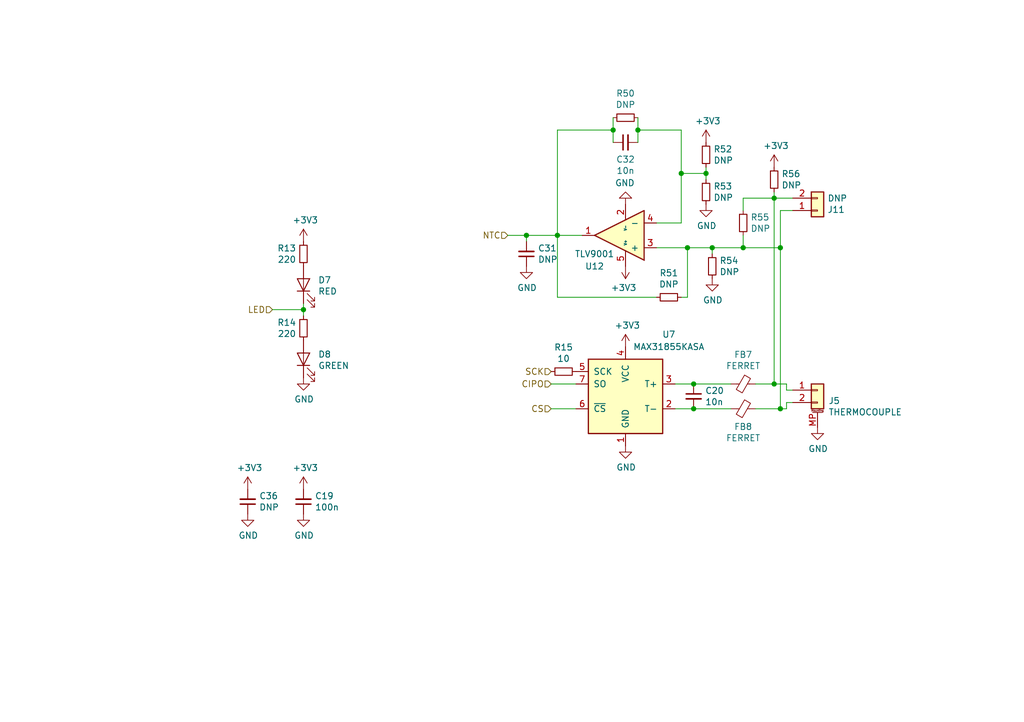
<source format=kicad_sch>
(kicad_sch (version 20211123) (generator eeschema)
  (paper "User" 210.007 148.006)
  (title_block (title "temperature-logger") (date "2022-01-19") (rev "v1.0") (company "Jana Marie Hemsing"))
  (lib_symbols
    (symbol "Connector_Generic:Conn_01x02" (pin_names (offset 1.016) hide)
      (property "Reference" "J" (at 0 2.54 0))
      (property "Value" "Conn_01x02" (at 0 -5.08 0))
      (symbol "Conn_01x02_1_1"
        (rectangle (start -1.27 -2.413) (end 0 -2.667) (stroke (width 0.1524)))
        (rectangle (start -1.27 0.127) (end 0 -0.127) (stroke (width 0.1524)))
        (rectangle (start -1.27 1.27) (end 1.27 -3.81) (stroke (width 0.254)) (fill (type background)))
        (pin passive line (at -5.08 0 0) (length 3.81) (name "Pin_1") (number "1"))
        (pin passive line (at -5.08 -2.54 0) (length 3.81) (name "Pin_2") (number "2"))
      )
    )
    (symbol "Connector_Generic_MountingPin:Conn_01x02_MountingPin" (pin_names (offset 1.016) hide)
      (property "Reference" "J" (at 0 2.54 0))
      (property "Value" "Conn_01x02_MountingPin" (at 1.27 -5.08 0))
      (symbol "Conn_01x02_MountingPin_1_1"
        (rectangle (start -1.27 -2.413) (end 0 -2.667) (stroke (width 0.1524)))
        (rectangle (start -1.27 0.127) (end 0 -0.127) (stroke (width 0.1524)))
        (rectangle (start -1.27 1.27) (end 1.27 -3.81) (stroke (width 0.254)) (fill (type background)))
        (polyline (pts (xy -1.016 -4.572) (xy 1.016 -4.572)) (stroke (width 0.1524)))
        (text "Mounting" (at 0 -4.191 0) (effects (font (size 0.381 0.381))))
        (pin passive line (at -5.08 0 0) (length 3.81) (name "Pin_1") (number "1"))
        (pin passive line (at -5.08 -2.54 0) (length 3.81) (name "Pin_2") (number "2"))
        (pin passive line (at 0 -7.62 90) (length 3.048) (name "MountPin") (number "MP"))
      )
    )
    (symbol "Device:C_Small" (pin_numbers hide) (pin_names (offset 0.254) hide)
      (property "Reference" "C" (at 0.254 1.778 0))
      (property "Value" "C_Small" (at 0.254 -2.032 0))
      (symbol "C_Small_0_1"
        (polyline (pts (xy -1.524 -0.508) (xy 1.524 -0.508)) (stroke (width 0.3302)))
        (polyline (pts (xy -1.524 0.508) (xy 1.524 0.508)) (stroke (width 0.3048)))
      )
      (symbol "C_Small_1_1"
        (pin passive line (at 0 2.54 270) (length 2.032) (name "~") (number "1"))
        (pin passive line (at 0 -2.54 90) (length 2.032) (name "~") (number "2"))
      )
    )
    (symbol "Device:Ferrite_Bead_Small" (pin_numbers hide) (pin_names (offset 0))
      (property "Reference" "FB" (at 1.905 1.27 0))
      (property "Value" "Ferrite_Bead_Small" (at 1.905 -1.27 0))
      (symbol "Ferrite_Bead_Small_0_1"
        (polyline (pts (xy 0 -1.27) (xy 0 -0.7874)))
        (polyline (pts (xy 0 0.889) (xy 0 1.2954)))
        (polyline (pts (xy -1.8288 0.2794) (xy -1.1176 1.4986) (xy 1.8288 -0.2032) (xy 1.1176 -1.4224) (xy -1.8288 0.2794)))
      )
      (symbol "Ferrite_Bead_Small_1_1"
        (pin passive line (at 0 2.54 270) (length 1.27) (name "~") (number "1"))
        (pin passive line (at 0 -2.54 90) (length 1.27) (name "~") (number "2"))
      )
    )
    (symbol "Device:LED" (pin_numbers hide) (pin_names (offset 1.016) hide)
      (property "Reference" "D" (at 0 2.54 0))
      (property "Value" "LED" (at 0 -2.54 0))
      (symbol "LED_0_1"
        (polyline (pts (xy -1.27 -1.27) (xy -1.27 1.27)) (stroke (width 0.2032)))
        (polyline (pts (xy -1.27 0) (xy 1.27 0)))
        (polyline (pts (xy 1.27 -1.27) (xy 1.27 1.27) (xy -1.27 0) (xy 1.27 -1.27)) (stroke (width 0.2032)))
        (polyline (pts (xy -3.048 -0.762) (xy -4.572 -2.286) (xy -3.81 -2.286) (xy -4.572 -2.286) (xy -4.572 -1.524)))
        (polyline (pts (xy -1.778 -0.762) (xy -3.302 -2.286) (xy -2.54 -2.286) (xy -3.302 -2.286) (xy -3.302 -1.524)))
      )
      (symbol "LED_1_1"
        (pin passive line (at -3.81 0 0) (length 2.54) (name "K") (number "1"))
        (pin passive line (at 3.81 0 180) (length 2.54) (name "A") (number "2"))
      )
    )
    (symbol "Device:R_Small" (pin_numbers hide) (pin_names (offset 0.254) hide)
      (property "Reference" "R" (at 0.762 0.508 0))
      (property "Value" "R_Small" (at 0.762 -1.016 0))
      (symbol "R_Small_0_1"
        (rectangle (start -0.762 1.778) (end 0.762 -1.778) (stroke (width 0.2032)))
      )
      (symbol "R_Small_1_1"
        (pin passive line (at 0 2.54 270) (length 0.762) (name "~") (number "1"))
        (pin passive line (at 0 -2.54 90) (length 0.762) (name "~") (number "2"))
      )
    )
    (symbol "Sensor_Temperature:MAX31855KASA" (pin_names (offset 1.016))
      (property "Reference" "U" (at -7.62 8.89 0))
      (property "Value" "MAX31855KASA" (at 1.27 8.89 0))
      (symbol "MAX31855KASA_0_1"
        (rectangle (start -7.62 7.62) (end 7.62 -7.62) (stroke (width 0.254)) (fill (type background)))
      )
      (symbol "MAX31855KASA_1_1"
        (pin power_in line (at 0 -10.16 90) (length 2.54) (name "GND") (number "1"))
        (pin passive line (at -10.16 -2.54 0) (length 2.54) (name "T-") (number "2"))
        (pin passive line (at -10.16 2.54 0) (length 2.54) (name "T+") (number "3"))
        (pin power_in line (at 0 10.16 270) (length 2.54) (name "VCC") (number "4"))
        (pin input line (at 10.16 5.08 180) (length 2.54) (name "SCK") (number "5"))
        (pin input line (at 10.16 -2.54 180) (length 2.54) (name "~{CS}") (number "6"))
        (pin tri_state line (at 10.16 2.54 180) (length 2.54) (name "SO") (number "7"))
      )
    )
    (symbol "otter:GND" (power) (pin_names (offset 0))
      (property "Value" "GND" (at 0 -3.81 0))
      (symbol "GND_0_1"
        (polyline (pts (xy 0 0) (xy 0 -1.27) (xy 1.27 -1.27) (xy 0 -2.54) (xy -1.27 -1.27) (xy 0 -1.27)))
      )
      (symbol "GND_1_1"
        (pin power_in line (at 0 0 270) (length 0) hide (name "GND") (number "1"))
      )
    )
    (symbol "otter:TLV9001" (pin_names (offset 1.016))
      (property "Reference" "U" (at 7.62 -5.08 0))
      (property "Value" "TLV9001" (at 7.62 -2.54 0))
      (symbol "TLV9001_1_1"
        (polyline (pts (xy -3.81 5.08) (xy 6.35 0) (xy -3.81 -5.08) (xy -3.81 5.08)) (stroke (width 0.254)) (fill (type background)))
        (pin output line (at 8.89 0 180) (length 2.54) (name "~") (number "1"))
        (pin input line (at 0 -6.35 90) (length 3.2004) (name "V-") (number "2"))
        (pin input line (at -6.35 2.54 0) (length 2.54) (name "+") (number "3"))
        (pin input line (at -6.35 -2.54 0) (length 2.54) (name "-") (number "4"))
        (pin input line (at 0 6.35 270) (length 3.2004) (name "V+") (number "5"))
      )
    )
    (symbol "power:+3V3" (power) (pin_names (offset 0))
      (property "Value" "+3V3" (at 0 3.556 0))
      (symbol "+3V3_0_1"
        (polyline (pts (xy -0.762 1.27) (xy 0 2.54)))
        (polyline (pts (xy 0 0) (xy 0 2.54)))
        (polyline (pts (xy 0 2.54) (xy 0.762 1.27)))
      )
      (symbol "+3V3_1_1"
        (pin power_in line (at 0 0 90) (length 0) hide (name "+3V3") (number "1"))
      )
    )
  )
  (junction (at 107.95 48.26))
  (junction (at 144.78 35.56))
  (junction (at 142.24 78.74))
  (junction (at 152.4 50.8))
  (junction (at 114.3 48.26))
  (junction (at 146.05 50.8))
  (junction (at 158.75 40.64))
  (junction (at 160.02 83.82))
  (junction (at 139.7 35.56))
  (junction (at 142.24 83.82))
  (junction (at 130.81 26.67))
  (junction (at 160.02 50.8))
  (junction (at 62.23 63.5))
  (junction (at 125.73 26.67))
  (junction (at 140.97 50.8))
  (junction (at 158.75 78.74))
  (wire (pts (xy 142.24 83.82) (xy 149.86 83.82)))
  (wire (pts (xy 161.29 80.01) (xy 162.56 80.01)))
  (wire (pts (xy 144.78 35.56) (xy 144.78 34.29)))
  (wire (pts (xy 134.62 45.72) (xy 139.7 45.72)))
  (wire (pts (xy 114.3 26.67) (xy 114.3 48.26)))
  (wire (pts (xy 130.81 26.67) (xy 139.7 26.67)))
  (wire (pts (xy 139.7 35.56) (xy 139.7 45.72)))
  (wire (pts (xy 125.73 26.67) (xy 114.3 26.67)))
  (wire (pts (xy 158.75 40.64) (xy 158.75 39.37)))
  (wire (pts (xy 125.73 24.13) (xy 125.73 26.67)))
  (wire (pts (xy 149.86 78.74) (xy 142.24 78.74)))
  (wire (pts (xy 107.95 48.26) (xy 114.3 48.26)))
  (wire (pts (xy 152.4 40.64) (xy 158.75 40.64)))
  (wire (pts (xy 62.23 64.77) (xy 62.23 63.5)))
  (wire (pts (xy 142.24 78.74) (xy 138.43 78.74)))
  (wire (pts (xy 140.97 50.8) (xy 146.05 50.8)))
  (wire (pts (xy 152.4 48.26) (xy 152.4 50.8)))
  (wire (pts (xy 134.62 50.8) (xy 140.97 50.8)))
  (wire (pts (xy 160.02 50.8) (xy 160.02 83.82)))
  (wire (pts (xy 140.97 60.96) (xy 140.97 50.8)))
  (wire (pts (xy 144.78 35.56) (xy 139.7 35.56)))
  (wire (pts (xy 152.4 43.18) (xy 152.4 40.64)))
  (wire (pts (xy 107.95 48.26) (xy 107.95 49.53)))
  (wire (pts (xy 113.03 83.82) (xy 118.11 83.82)))
  (wire (pts (xy 134.62 60.96) (xy 114.3 60.96)))
  (wire (pts (xy 161.29 82.55) (xy 161.29 83.82)))
  (wire (pts (xy 160.02 43.18) (xy 160.02 50.8)))
  (wire (pts (xy 158.75 40.64) (xy 162.56 40.64)))
  (wire (pts (xy 139.7 26.67) (xy 139.7 35.56)))
  (wire (pts (xy 146.05 52.07) (xy 146.05 50.8)))
  (wire (pts (xy 160.02 83.82) (xy 161.29 83.82)))
  (wire (pts (xy 160.02 43.18) (xy 162.56 43.18)))
  (wire (pts (xy 158.75 40.64) (xy 158.75 78.74)))
  (wire (pts (xy 161.29 82.55) (xy 162.56 82.55)))
  (wire (pts (xy 154.94 83.82) (xy 160.02 83.82)))
  (wire (pts (xy 154.94 78.74) (xy 158.75 78.74)))
  (wire (pts (xy 139.7 60.96) (xy 140.97 60.96)))
  (wire (pts (xy 138.43 83.82) (xy 142.24 83.82)))
  (wire (pts (xy 107.95 48.26) (xy 104.14 48.26)))
  (wire (pts (xy 62.23 63.5) (xy 55.88 63.5)))
  (wire (pts (xy 152.4 50.8) (xy 160.02 50.8)))
  (wire (pts (xy 62.23 63.5) (xy 62.23 62.23)))
  (wire (pts (xy 130.81 24.13) (xy 130.81 26.67)))
  (wire (pts (xy 118.11 78.74) (xy 113.03 78.74)))
  (wire (pts (xy 161.29 78.74) (xy 161.29 80.01)))
  (wire (pts (xy 125.73 26.67) (xy 125.73 29.21)))
  (wire (pts (xy 130.81 26.67) (xy 130.81 29.21)))
  (wire (pts (xy 114.3 60.96) (xy 114.3 48.26)))
  (wire (pts (xy 158.75 78.74) (xy 161.29 78.74)))
  (wire (pts (xy 146.05 50.8) (xy 152.4 50.8)))
  (wire (pts (xy 114.3 48.26) (xy 119.38 48.26)))
  (wire (pts (xy 144.78 36.83) (xy 144.78 35.56)))
  (hierarchical_label "SCK" (shape input) (at 113.03 76.2 180))
  (hierarchical_label "LED" (shape input) (at 55.88 63.5 180))
  (hierarchical_label "NTC" (shape input) (at 104.14 48.26 180))
  (hierarchical_label "CS" (shape input) (at 113.03 83.82 180))
  (hierarchical_label "CIPO" (shape input) (at 113.03 78.74 180))
  (symbol (lib_id "Connector_Generic:Conn_01x02") (at 167.64 43.18 0) (mirror x)
    (property "Reference" "J11" (at 169.672 42.9768 0) (effects (justify left)))
    (property "Value" "DNP" (at 169.672 40.6654 0) (effects (justify left)))
    (property "Footprint" "otter:PhoenixContact_MC_1,5_2-G-3.5_1x02_P3.50mm_Horizontal" (effects hide))
  )
  (symbol (lib_id "power:+3V3") (at 144.78 29.21 0)
    (property "Reference" "#PWR0216" (effects hide))
    (property "Value" "+3V3" (at 145.161 24.8158 0))
  )
  (symbol (lib_id "Device:C_Small") (at 107.95 52.07 180)
    (property "Reference" "C31" (at 110.2868 50.9016 0) (effects (justify right)))
    (property "Value" "DNP" (at 110.2868 53.213 0) (effects (justify right)))
    (property "Footprint" "otter:C_0402" (effects hide))
  )
  (symbol (lib_id "otter:GND") (at 107.95 54.61 0)
    (property "Reference" "#PWR0217" (effects hide))
    (property "Value" "GND" (at 108.077 59.0042 0))
  )
  (symbol (lib_id "Device:R_Small") (at 158.75 36.83 0)
    (property "Reference" "R56" (at 160.2486 35.6616 0) (effects (justify left)))
    (property "Value" "DNP" (at 160.2486 37.973 0) (effects (justify left)))
    (property "Footprint" "otter:R_0402" (effects hide))
  )
  (symbol (lib_id "otter:TLV9001") (at 128.27 48.26 180)
    (property "Reference" "U12" (at 121.92 54.61 0))
    (property "Value" "TLV9001" (at 121.92 52.07 0))
    (property "Footprint" "Package_TO_SOT_SMD:SOT-23-5" (effects hide))
  )
  (symbol (lib_id "otter:GND") (at 128.27 41.91 180)
    (property "Reference" "#PWR0218" (effects hide))
    (property "Value" "GND" (at 128.143 37.5158 0))
  )
  (symbol (lib_id "power:+3V3") (at 128.27 54.61 180)
    (property "Reference" "#PWR0219" (effects hide))
    (property "Value" "+3V3" (at 127.889 59.0042 0))
  )
  (symbol (lib_id "Device:R_Small") (at 146.05 54.61 0)
    (property "Reference" "R54" (at 147.5486 53.4416 0) (effects (justify left)))
    (property "Value" "DNP" (at 147.5486 55.753 0) (effects (justify left)))
    (property "Footprint" "otter:R_0402" (effects hide))
  )
  (symbol (lib_id "otter:GND") (at 146.05 57.15 0)
    (property "Reference" "#PWR0220" (effects hide))
    (property "Value" "GND" (at 146.177 61.5442 0))
  )
  (symbol (lib_id "power:+3V3") (at 158.75 34.29 0)
    (property "Reference" "#PWR0221" (effects hide))
    (property "Value" "+3V3" (at 159.131 29.8958 0))
  )
  (symbol (lib_id "Device:R_Small") (at 128.27 24.13 90)
    (property "Reference" "R50" (at 128.27 19.1516 90))
    (property "Value" "DNP" (at 128.27 21.463 90))
    (property "Footprint" "otter:R_0402" (effects hide))
  )
  (symbol (lib_id "Device:C_Small") (at 128.27 29.21 90)
    (property "Reference" "C32" (at 128.27 32.6898 90))
    (property "Value" "10n" (at 128.27 35.0012 90))
    (property "Footprint" "otter:C_0402" (effects hide))
  )
  (symbol (lib_id "Device:R_Small") (at 144.78 39.37 0)
    (property "Reference" "R53" (at 146.2786 38.2016 0) (effects (justify left)))
    (property "Value" "DNP" (at 146.2786 40.513 0) (effects (justify left)))
    (property "Footprint" "otter:R_0402" (effects hide))
  )
  (symbol (lib_id "Device:R_Small") (at 144.78 31.75 0)
    (property "Reference" "R52" (at 146.2786 30.5816 0) (effects (justify left)))
    (property "Value" "DNP" (at 146.2786 32.893 0) (effects (justify left)))
    (property "Footprint" "otter:R_0402" (effects hide))
  )
  (symbol (lib_id "otter:GND") (at 144.78 41.91 0)
    (property "Reference" "#PWR0222" (effects hide))
    (property "Value" "GND" (at 144.907 46.3042 0))
  )
  (symbol (lib_id "Device:R_Small") (at 152.4 45.72 0)
    (property "Reference" "R55" (at 153.8986 44.5516 0) (effects (justify left)))
    (property "Value" "DNP" (at 153.8986 46.863 0) (effects (justify left)))
    (property "Footprint" "otter:R_0402" (effects hide))
  )
  (symbol (lib_id "Device:R_Small") (at 137.16 60.96 90)
    (property "Reference" "R51" (at 137.16 55.9816 90))
    (property "Value" "DNP" (at 137.16 58.293 90))
    (property "Footprint" "otter:R_0402" (effects hide))
  )
  (symbol (lib_id "power:+3V3") (at 50.8 100.33 0)
    (property "Reference" "#PWR0234" (effects hide))
    (property "Value" "+3V3" (at 51.181 95.9358 0))
  )
  (symbol (lib_id "Device:C_Small") (at 50.8 102.87 180)
    (property "Reference" "C36" (at 53.1368 101.7016 0) (effects (justify right)))
    (property "Value" "DNP" (at 53.1368 104.013 0) (effects (justify right)))
    (property "Footprint" "otter:C_0402" (effects hide))
  )
  (symbol (lib_id "otter:GND") (at 50.8 105.41 0)
    (property "Reference" "#PWR0235" (effects hide))
    (property "Value" "GND" (at 50.927 109.8042 0))
  )
  (symbol (lib_id "Sensor_Temperature:MAX31855KASA") (at 128.27 81.28 0) (mirror y)
    (property "Reference" "U7" (at 137.16 68.58 0))
    (property "Value" "MAX31855KASA" (at 137.16 71.12 0))
    (property "Footprint" "Package_SO:SOIC-8_3.9x4.9mm_P1.27mm" (effects hide))
    (property "Datasheet" "http://datasheets.maximintegrated.com/en/ds/MAX31855.pdf" (effects hide))
  )
  (symbol (lib_id "otter:GND") (at 128.27 91.44 0)
    (property "Reference" "#PWR0162" (effects hide))
    (property "Value" "GND" (at 128.397 95.8342 0))
  )
  (symbol (lib_id "Device:C_Small") (at 142.24 81.28 0)
    (property "Reference" "C20" (at 144.5768 80.1116 0) (effects (justify left)))
    (property "Value" "10n" (at 144.5768 82.423 0) (effects (justify left)))
    (property "Footprint" "otter:C_0402" (effects hide))
  )
  (symbol (lib_id "Device:Ferrite_Bead_Small") (at 152.4 78.74 270)
    (property "Reference" "FB7" (at 152.4 72.7202 90))
    (property "Value" "FERRET" (at 152.4 75.0316 90))
    (property "Footprint" "otter:L_0402" (effects hide))
  )
  (symbol (lib_id "Device:Ferrite_Bead_Small") (at 152.4 83.82 270)
    (property "Reference" "FB8" (at 152.4 87.503 90))
    (property "Value" "FERRET" (at 152.4 89.8144 90))
    (property "Footprint" "otter:L_0402" (effects hide))
  )
  (symbol (lib_id "Connector_Generic_MountingPin:Conn_01x02_MountingPin") (at 167.64 80.01 0)
    (property "Reference" "J5" (at 169.8752 82.1944 0) (effects (justify left)))
    (property "Value" "THERMOCOUPLE" (at 169.8752 84.5058 0) (effects (justify left)))
    (property "Footprint" "otter:PCC-SMP" (effects hide))
  )
  (symbol (lib_id "otter:GND") (at 167.64 87.63 0)
    (property "Reference" "#PWR0163" (effects hide))
    (property "Value" "GND" (at 167.767 92.0242 0))
  )
  (symbol (lib_id "power:+3V3") (at 128.27 71.12 0)
    (property "Reference" "#PWR0164" (effects hide))
    (property "Value" "+3V3" (at 128.651 66.7258 0))
  )
  (symbol (lib_id "power:+3V3") (at 62.23 100.33 0)
    (property "Reference" "#PWR0165" (effects hide))
    (property "Value" "+3V3" (at 62.611 95.9358 0))
  )
  (symbol (lib_id "Device:C_Small") (at 62.23 102.87 180)
    (property "Reference" "C19" (at 64.5668 101.7016 0) (effects (justify right)))
    (property "Value" "100n" (at 64.5668 104.013 0) (effects (justify right)))
    (property "Footprint" "otter:C_0402" (effects hide))
  )
  (symbol (lib_id "otter:GND") (at 62.23 105.41 0)
    (property "Reference" "#PWR0166" (effects hide))
    (property "Value" "GND" (at 62.357 109.8042 0))
  )
  (symbol (lib_id "Device:R_Small") (at 115.57 76.2 90)
    (property "Reference" "R15" (at 115.57 71.2216 90))
    (property "Value" "10" (at 115.57 73.533 90))
    (property "Footprint" "otter:R_0402" (effects hide))
  )
  (symbol (lib_id "Device:LED") (at 62.23 58.42 90)
    (property "Reference" "D7" (at 65.2272 57.4294 90) (effects (justify right)))
    (property "Value" "RED" (at 65.2272 59.7408 90) (effects (justify right)))
    (property "Footprint" "otter:LED_0603_1608Metric" (effects hide))
  )
  (symbol (lib_id "Device:LED") (at 62.23 73.66 90)
    (property "Reference" "D8" (at 65.2272 72.6694 90) (effects (justify right)))
    (property "Value" "GREEN" (at 65.2272 74.9808 90) (effects (justify right)))
    (property "Footprint" "otter:LED_0603_1608Metric" (effects hide))
  )
  (symbol (lib_id "Device:R_Small") (at 62.23 52.07 0)
    (property "Reference" "R13" (at 60.7568 50.9016 0) (effects (justify right)))
    (property "Value" "220" (at 60.7568 53.213 0) (effects (justify right)))
    (property "Footprint" "otter:R_0402" (effects hide))
  )
  (symbol (lib_id "Device:R_Small") (at 62.23 67.31 180)
    (property "Reference" "R14" (at 60.7568 66.1416 0) (effects (justify left)))
    (property "Value" "220" (at 60.7568 68.453 0) (effects (justify left)))
    (property "Footprint" "otter:R_0402" (effects hide))
  )
  (symbol (lib_id "otter:GND") (at 62.23 77.47 0)
    (property "Reference" "#PWR0167" (effects hide))
    (property "Value" "GND" (at 62.357 81.8642 0))
  )
  (symbol (lib_id "power:+3V3") (at 62.23 49.53 0)
    (property "Reference" "#PWR0168" (effects hide))
    (property "Value" "+3V3" (at 62.611 45.1358 0))
  )
)
</source>
